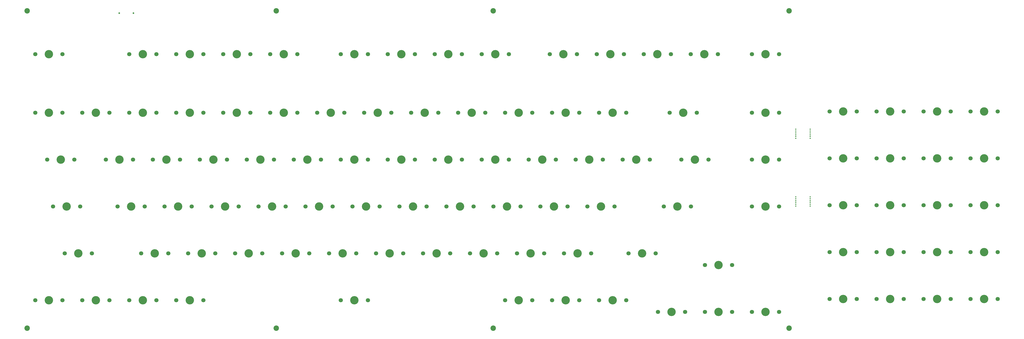
<source format=gbr>
%TF.GenerationSoftware,KiCad,Pcbnew,9.0.3*%
%TF.CreationDate,2026-01-06T15:55:44+03:00*%
%TF.ProjectId,Keyboard,4b657962-6f61-4726-942e-6b696361645f,rev?*%
%TF.SameCoordinates,Original*%
%TF.FileFunction,NonPlated,1,2,NPTH,Drill*%
%TF.FilePolarity,Positive*%
%FSLAX46Y46*%
G04 Gerber Fmt 4.6, Leading zero omitted, Abs format (unit mm)*
G04 Created by KiCad (PCBNEW 9.0.3) date 2026-01-06 15:55:44*
%MOMM*%
%LPD*%
G01*
G04 APERTURE LIST*
%TA.AperFunction,ComponentDrill*%
%ADD10C,0.500000*%
%TD*%
%TA.AperFunction,ComponentDrill*%
%ADD11C,0.650000*%
%TD*%
%TA.AperFunction,ComponentDrill*%
%ADD12C,1.700000*%
%TD*%
%TA.AperFunction,ComponentDrill*%
%ADD13C,2.200000*%
%TD*%
%TA.AperFunction,ComponentDrill*%
%ADD14C,3.400000*%
%TD*%
G04 APERTURE END LIST*
D10*
%TO.C,REF\u002A\u002A*%
X315699999Y-79649997D03*
X315699999Y-80389997D03*
X315699999Y-81129997D03*
X315699999Y-81869997D03*
X315699999Y-82609997D03*
X315699999Y-83349997D03*
X315700000Y-52150000D03*
X315700000Y-52890000D03*
X315700000Y-53630000D03*
X315700000Y-54370000D03*
X315700000Y-55110000D03*
X315700000Y-55850000D03*
X321549999Y-79649997D03*
X321549999Y-80389997D03*
X321549999Y-81129997D03*
X321549999Y-81869997D03*
X321549999Y-82609997D03*
X321549999Y-83349997D03*
X321550000Y-52150000D03*
X321550000Y-52890000D03*
X321550000Y-53630000D03*
X321550000Y-54370000D03*
X321550000Y-55110000D03*
X321550000Y-55850000D03*
D11*
%TO.C,J1*%
X41360000Y-5000000D03*
X47140000Y-5000000D03*
D12*
%TO.C,SW1*%
X7350000Y-21600000D03*
%TO.C,SW15*%
X7350000Y-45412500D03*
%TO.C,SW72*%
X7350000Y-121612500D03*
%TO.C,SW30*%
X12112500Y-64462500D03*
%TO.C,SW45*%
X14493750Y-83512500D03*
%TO.C,SW1*%
X18350000Y-21600000D03*
%TO.C,SW15*%
X18350000Y-45412500D03*
%TO.C,SW72*%
X18350000Y-121612500D03*
%TO.C,SW59*%
X19256250Y-102562500D03*
%TO.C,SW30*%
X23112500Y-64462500D03*
%TO.C,SW45*%
X25493750Y-83512500D03*
%TO.C,SW16*%
X26400000Y-45412500D03*
%TO.C,SW73*%
X26400000Y-121612500D03*
%TO.C,SW59*%
X30256250Y-102562500D03*
%TO.C,SW31*%
X35925000Y-64462500D03*
%TO.C,SW16*%
X37400000Y-45412500D03*
%TO.C,SW73*%
X37400000Y-121612500D03*
%TO.C,SW46*%
X40687500Y-83512500D03*
%TO.C,SW2*%
X45450000Y-21600000D03*
%TO.C,SW17*%
X45450000Y-45412500D03*
%TO.C,SW74*%
X45450000Y-121612500D03*
%TO.C,SW31*%
X46925000Y-64462500D03*
%TO.C,SW60*%
X50212500Y-102562500D03*
%TO.C,SW46*%
X51687500Y-83512500D03*
%TO.C,SW32*%
X54975000Y-64462500D03*
%TO.C,SW2*%
X56450000Y-21600000D03*
%TO.C,SW17*%
X56450000Y-45412500D03*
%TO.C,SW74*%
X56450000Y-121612500D03*
%TO.C,SW47*%
X59737500Y-83512500D03*
%TO.C,SW60*%
X61212500Y-102562500D03*
%TO.C,SW3*%
X64500000Y-21600000D03*
%TO.C,SW18*%
X64500000Y-45412500D03*
%TO.C,SW75*%
X64500000Y-121612500D03*
%TO.C,SW32*%
X65975000Y-64462500D03*
%TO.C,SW61*%
X69262500Y-102562500D03*
%TO.C,SW47*%
X70737500Y-83512500D03*
%TO.C,SW33*%
X74025000Y-64462500D03*
%TO.C,SW3*%
X75500000Y-21600000D03*
%TO.C,SW18*%
X75500000Y-45412500D03*
%TO.C,SW75*%
X75500000Y-121612500D03*
%TO.C,SW48*%
X78787500Y-83512500D03*
%TO.C,SW61*%
X80262500Y-102562500D03*
%TO.C,SW4*%
X83550000Y-21600000D03*
%TO.C,SW19*%
X83550000Y-45412500D03*
%TO.C,SW33*%
X85025000Y-64462500D03*
%TO.C,SW62*%
X88312500Y-102562500D03*
%TO.C,SW48*%
X89787500Y-83512500D03*
%TO.C,SW34*%
X93075000Y-64462500D03*
%TO.C,SW4*%
X94550000Y-21600000D03*
%TO.C,SW19*%
X94550000Y-45412500D03*
%TO.C,SW49*%
X97837500Y-83512500D03*
%TO.C,SW62*%
X99312500Y-102562500D03*
%TO.C,SW5*%
X102600000Y-21600000D03*
%TO.C,SW20*%
X102600000Y-45412500D03*
%TO.C,SW34*%
X104075000Y-64462500D03*
%TO.C,SW63*%
X107362500Y-102562500D03*
%TO.C,SW49*%
X108837500Y-83512500D03*
%TO.C,SW35*%
X112125000Y-64462500D03*
%TO.C,SW5*%
X113600000Y-21600000D03*
%TO.C,SW20*%
X113600000Y-45412500D03*
%TO.C,SW50*%
X116887500Y-83512500D03*
%TO.C,SW63*%
X118362500Y-102562500D03*
%TO.C,SW21*%
X121650000Y-45412500D03*
%TO.C,SW35*%
X123125000Y-64462500D03*
%TO.C,SW64*%
X126412500Y-102562500D03*
%TO.C,SW50*%
X127887500Y-83512500D03*
%TO.C,SW6*%
X131175000Y-21600000D03*
%TO.C,SW36*%
X131175000Y-64462500D03*
%TO.C,SW76*%
X131175000Y-121612500D03*
%TO.C,SW21*%
X132650000Y-45412500D03*
%TO.C,SW51*%
X135937500Y-83512500D03*
%TO.C,SW64*%
X137412500Y-102562500D03*
%TO.C,SW22*%
X140700000Y-45412500D03*
%TO.C,SW6*%
X142175000Y-21600000D03*
%TO.C,SW36*%
X142175000Y-64462500D03*
%TO.C,SW76*%
X142175000Y-121612500D03*
%TO.C,SW65*%
X145462500Y-102562500D03*
%TO.C,SW51*%
X146937500Y-83512500D03*
%TO.C,SW7*%
X150225000Y-21600000D03*
%TO.C,SW37*%
X150225000Y-64462500D03*
%TO.C,SW22*%
X151700000Y-45412500D03*
%TO.C,SW52*%
X154987500Y-83512500D03*
%TO.C,SW65*%
X156462500Y-102562500D03*
%TO.C,SW23*%
X159750000Y-45412500D03*
%TO.C,SW7*%
X161225000Y-21600000D03*
%TO.C,SW37*%
X161225000Y-64462500D03*
%TO.C,SW66*%
X164512500Y-102562500D03*
%TO.C,SW52*%
X165987500Y-83512500D03*
%TO.C,SW8*%
X169275000Y-21600000D03*
%TO.C,SW38*%
X169275000Y-64462500D03*
%TO.C,SW23*%
X170750000Y-45412500D03*
%TO.C,SW53*%
X174037500Y-83512500D03*
%TO.C,SW66*%
X175512500Y-102562500D03*
%TO.C,SW24*%
X178800000Y-45412500D03*
%TO.C,SW8*%
X180275000Y-21600000D03*
%TO.C,SW38*%
X180275000Y-64462500D03*
%TO.C,SW67*%
X183562500Y-102562500D03*
%TO.C,SW53*%
X185037500Y-83512500D03*
%TO.C,SW9*%
X188325000Y-21600000D03*
%TO.C,SW39*%
X188325000Y-64462500D03*
%TO.C,SW24*%
X189800000Y-45412500D03*
%TO.C,SW54*%
X193087500Y-83512500D03*
%TO.C,SW67*%
X194562500Y-102562500D03*
%TO.C,SW25*%
X197850000Y-45412500D03*
%TO.C,SW77*%
X197850000Y-121612500D03*
%TO.C,SW9*%
X199325000Y-21600000D03*
%TO.C,SW39*%
X199325000Y-64462500D03*
%TO.C,SW68*%
X202612500Y-102562500D03*
%TO.C,SW54*%
X204087500Y-83512500D03*
%TO.C,SW40*%
X207375000Y-64462500D03*
%TO.C,SW25*%
X208850000Y-45412500D03*
%TO.C,SW77*%
X208850000Y-121612500D03*
%TO.C,SW55*%
X212137500Y-83512500D03*
%TO.C,SW68*%
X213612500Y-102562500D03*
%TO.C,SW10*%
X215947500Y-21600000D03*
%TO.C,SW26*%
X216900000Y-45412500D03*
%TO.C,SW78*%
X216900000Y-121612500D03*
%TO.C,SW40*%
X218375000Y-64462500D03*
%TO.C,SW69*%
X221662500Y-102562500D03*
%TO.C,SW55*%
X223137500Y-83512500D03*
%TO.C,SW41*%
X226425000Y-64462500D03*
%TO.C,SW10*%
X226947500Y-21600000D03*
%TO.C,SW26*%
X227900000Y-45412500D03*
%TO.C,SW78*%
X227900000Y-121612500D03*
%TO.C,SW56*%
X231187500Y-83512500D03*
%TO.C,SW69*%
X232662500Y-102562500D03*
%TO.C,SW11*%
X234997500Y-21600000D03*
%TO.C,SW27*%
X235950000Y-45412500D03*
%TO.C,SW79*%
X235950000Y-121612500D03*
%TO.C,SW41*%
X237425000Y-64462500D03*
%TO.C,SW56*%
X242187500Y-83512500D03*
%TO.C,SW42*%
X245475000Y-64462500D03*
%TO.C,SW11*%
X245997500Y-21600000D03*
%TO.C,SW27*%
X246950000Y-45412500D03*
%TO.C,SW79*%
X246950000Y-121612500D03*
%TO.C,SW70*%
X247856250Y-102562500D03*
%TO.C,SW12*%
X254047500Y-21600000D03*
%TO.C,SW42*%
X256475000Y-64462500D03*
%TO.C,SW70*%
X258856250Y-102562500D03*
%TO.C,SW80*%
X259762500Y-126375000D03*
%TO.C,SW57*%
X262143750Y-83512500D03*
%TO.C,SW28*%
X264525000Y-45412500D03*
%TO.C,SW12*%
X265047500Y-21600000D03*
%TO.C,SW43*%
X269287500Y-64462500D03*
%TO.C,SW80*%
X270762500Y-126375000D03*
%TO.C,SW13*%
X273097500Y-21600000D03*
%TO.C,SW57*%
X273143750Y-83512500D03*
%TO.C,SW28*%
X275525000Y-45412500D03*
%TO.C,SW71*%
X278812500Y-107325000D03*
%TO.C,SW81*%
X278812500Y-126375000D03*
%TO.C,SW43*%
X280287500Y-64462500D03*
%TO.C,SW13*%
X284097500Y-21600000D03*
%TO.C,SW71*%
X289812500Y-107325000D03*
%TO.C,SW81*%
X289812500Y-126375000D03*
%TO.C,SW14*%
X297862500Y-21600000D03*
%TO.C,SW29*%
X297862500Y-45412500D03*
%TO.C,SW44*%
X297862500Y-64462500D03*
%TO.C,SW58*%
X297862500Y-83512500D03*
%TO.C,SW82*%
X297862500Y-126375000D03*
%TO.C,SW14*%
X308862500Y-21600000D03*
%TO.C,SW29*%
X308862500Y-45412500D03*
%TO.C,SW44*%
X308862500Y-64462500D03*
%TO.C,SW58*%
X308862500Y-83512500D03*
%TO.C,SW82*%
X308862500Y-126375000D03*
%TO.C,SW83*%
X329372669Y-44959735D03*
%TO.C,SW87*%
X329372669Y-64009735D03*
%TO.C,SW91*%
X329372669Y-83059735D03*
%TO.C,SW95*%
X329372669Y-102109735D03*
%TO.C,SW99*%
X329372669Y-121159735D03*
%TO.C,SW83*%
X340372669Y-44959735D03*
%TO.C,SW87*%
X340372669Y-64009735D03*
%TO.C,SW91*%
X340372669Y-83059735D03*
%TO.C,SW95*%
X340372669Y-102109735D03*
%TO.C,SW99*%
X340372669Y-121159735D03*
%TO.C,SW84*%
X348422669Y-44959735D03*
%TO.C,SW88*%
X348422669Y-64009735D03*
%TO.C,SW92*%
X348422669Y-83059735D03*
%TO.C,SW96*%
X348422669Y-102109735D03*
%TO.C,SW100*%
X348422669Y-121159735D03*
%TO.C,SW84*%
X359422669Y-44959735D03*
%TO.C,SW88*%
X359422669Y-64009735D03*
%TO.C,SW92*%
X359422669Y-83059735D03*
%TO.C,SW96*%
X359422669Y-102109735D03*
%TO.C,SW100*%
X359422669Y-121159735D03*
%TO.C,SW85*%
X367472669Y-44959735D03*
%TO.C,SW89*%
X367472669Y-64009735D03*
%TO.C,SW93*%
X367472669Y-83059735D03*
%TO.C,SW97*%
X367472669Y-102109735D03*
%TO.C,SW101*%
X367472669Y-121159735D03*
%TO.C,SW85*%
X378472669Y-44959735D03*
%TO.C,SW89*%
X378472669Y-64009735D03*
%TO.C,SW93*%
X378472669Y-83059735D03*
%TO.C,SW97*%
X378472669Y-102109735D03*
%TO.C,SW101*%
X378472669Y-121159735D03*
%TO.C,SW86*%
X386522669Y-44959735D03*
%TO.C,SW90*%
X386522669Y-64009735D03*
%TO.C,SW94*%
X386522669Y-83059735D03*
%TO.C,SW98*%
X386522669Y-102109735D03*
%TO.C,SW102*%
X386522669Y-121159735D03*
%TO.C,SW86*%
X397522669Y-44959735D03*
%TO.C,SW90*%
X397522669Y-64009735D03*
%TO.C,SW94*%
X397522669Y-83059735D03*
%TO.C,SW98*%
X397522669Y-102109735D03*
%TO.C,SW102*%
X397522669Y-121159735D03*
D13*
%TO.C,H11*%
X4000000Y-4000000D03*
%TO.C,H12*%
X4000000Y-133000000D03*
%TO.C,H18*%
X105000000Y-4000000D03*
%TO.C,H16*%
X105000000Y-133000000D03*
%TO.C,H17*%
X193000000Y-4000000D03*
%TO.C,H15*%
X193000000Y-133000000D03*
%TO.C,H14*%
X313000000Y-4000000D03*
%TO.C,H13*%
X313000000Y-133000000D03*
D14*
%TO.C,SW1*%
X12850000Y-21600000D03*
%TO.C,SW15*%
X12850000Y-45412500D03*
%TO.C,SW72*%
X12850000Y-121612500D03*
%TO.C,SW30*%
X17612500Y-64462500D03*
%TO.C,SW45*%
X19993750Y-83512500D03*
%TO.C,SW59*%
X24756250Y-102562500D03*
%TO.C,SW16*%
X31900000Y-45412500D03*
%TO.C,SW73*%
X31900000Y-121612500D03*
%TO.C,SW31*%
X41425000Y-64462500D03*
%TO.C,SW46*%
X46187500Y-83512500D03*
%TO.C,SW2*%
X50950000Y-21600000D03*
%TO.C,SW17*%
X50950000Y-45412500D03*
%TO.C,SW74*%
X50950000Y-121612500D03*
%TO.C,SW60*%
X55712500Y-102562500D03*
%TO.C,SW32*%
X60475000Y-64462500D03*
%TO.C,SW47*%
X65237500Y-83512500D03*
%TO.C,SW3*%
X70000000Y-21600000D03*
%TO.C,SW18*%
X70000000Y-45412500D03*
%TO.C,SW75*%
X70000000Y-121612500D03*
%TO.C,SW61*%
X74762500Y-102562500D03*
%TO.C,SW33*%
X79525000Y-64462500D03*
%TO.C,SW48*%
X84287500Y-83512500D03*
%TO.C,SW4*%
X89050000Y-21600000D03*
%TO.C,SW19*%
X89050000Y-45412500D03*
%TO.C,SW62*%
X93812500Y-102562500D03*
%TO.C,SW34*%
X98575000Y-64462500D03*
%TO.C,SW49*%
X103337500Y-83512500D03*
%TO.C,SW5*%
X108100000Y-21600000D03*
%TO.C,SW20*%
X108100000Y-45412500D03*
%TO.C,SW63*%
X112862500Y-102562500D03*
%TO.C,SW35*%
X117625000Y-64462500D03*
%TO.C,SW50*%
X122387500Y-83512500D03*
%TO.C,SW21*%
X127150000Y-45412500D03*
%TO.C,SW64*%
X131912500Y-102562500D03*
%TO.C,SW6*%
X136675000Y-21600000D03*
%TO.C,SW36*%
X136675000Y-64462500D03*
%TO.C,SW76*%
X136675000Y-121612500D03*
%TO.C,SW51*%
X141437500Y-83512500D03*
%TO.C,SW22*%
X146200000Y-45412500D03*
%TO.C,SW65*%
X150962500Y-102562500D03*
%TO.C,SW7*%
X155725000Y-21600000D03*
%TO.C,SW37*%
X155725000Y-64462500D03*
%TO.C,SW52*%
X160487500Y-83512500D03*
%TO.C,SW23*%
X165250000Y-45412500D03*
%TO.C,SW66*%
X170012500Y-102562500D03*
%TO.C,SW8*%
X174775000Y-21600000D03*
%TO.C,SW38*%
X174775000Y-64462500D03*
%TO.C,SW53*%
X179537500Y-83512500D03*
%TO.C,SW24*%
X184300000Y-45412500D03*
%TO.C,SW67*%
X189062500Y-102562500D03*
%TO.C,SW9*%
X193825000Y-21600000D03*
%TO.C,SW39*%
X193825000Y-64462500D03*
%TO.C,SW54*%
X198587500Y-83512500D03*
%TO.C,SW25*%
X203350000Y-45412500D03*
%TO.C,SW77*%
X203350000Y-121612500D03*
%TO.C,SW68*%
X208112500Y-102562500D03*
%TO.C,SW40*%
X212875000Y-64462500D03*
%TO.C,SW55*%
X217637500Y-83512500D03*
%TO.C,SW10*%
X221447500Y-21600000D03*
%TO.C,SW26*%
X222400000Y-45412500D03*
%TO.C,SW78*%
X222400000Y-121612500D03*
%TO.C,SW69*%
X227162500Y-102562500D03*
%TO.C,SW41*%
X231925000Y-64462500D03*
%TO.C,SW56*%
X236687500Y-83512500D03*
%TO.C,SW11*%
X240497500Y-21600000D03*
%TO.C,SW27*%
X241450000Y-45412500D03*
%TO.C,SW79*%
X241450000Y-121612500D03*
%TO.C,SW42*%
X250975000Y-64462500D03*
%TO.C,SW70*%
X253356250Y-102562500D03*
%TO.C,SW12*%
X259547500Y-21600000D03*
%TO.C,SW80*%
X265262500Y-126375000D03*
%TO.C,SW57*%
X267643750Y-83512500D03*
%TO.C,SW28*%
X270025000Y-45412500D03*
%TO.C,SW43*%
X274787500Y-64462500D03*
%TO.C,SW13*%
X278597500Y-21600000D03*
%TO.C,SW71*%
X284312500Y-107325000D03*
%TO.C,SW81*%
X284312500Y-126375000D03*
%TO.C,SW14*%
X303362500Y-21600000D03*
%TO.C,SW29*%
X303362500Y-45412500D03*
%TO.C,SW44*%
X303362500Y-64462500D03*
%TO.C,SW58*%
X303362500Y-83512500D03*
%TO.C,SW82*%
X303362500Y-126375000D03*
%TO.C,SW83*%
X334872669Y-44959735D03*
%TO.C,SW87*%
X334872669Y-64009735D03*
%TO.C,SW91*%
X334872669Y-83059735D03*
%TO.C,SW95*%
X334872669Y-102109735D03*
%TO.C,SW99*%
X334872669Y-121159735D03*
%TO.C,SW84*%
X353922669Y-44959735D03*
%TO.C,SW88*%
X353922669Y-64009735D03*
%TO.C,SW92*%
X353922669Y-83059735D03*
%TO.C,SW96*%
X353922669Y-102109735D03*
%TO.C,SW100*%
X353922669Y-121159735D03*
%TO.C,SW85*%
X372972669Y-44959735D03*
%TO.C,SW89*%
X372972669Y-64009735D03*
%TO.C,SW93*%
X372972669Y-83059735D03*
%TO.C,SW97*%
X372972669Y-102109735D03*
%TO.C,SW101*%
X372972669Y-121159735D03*
%TO.C,SW86*%
X392022669Y-44959735D03*
%TO.C,SW90*%
X392022669Y-64009735D03*
%TO.C,SW94*%
X392022669Y-83059735D03*
%TO.C,SW98*%
X392022669Y-102109735D03*
%TO.C,SW102*%
X392022669Y-121159735D03*
M02*

</source>
